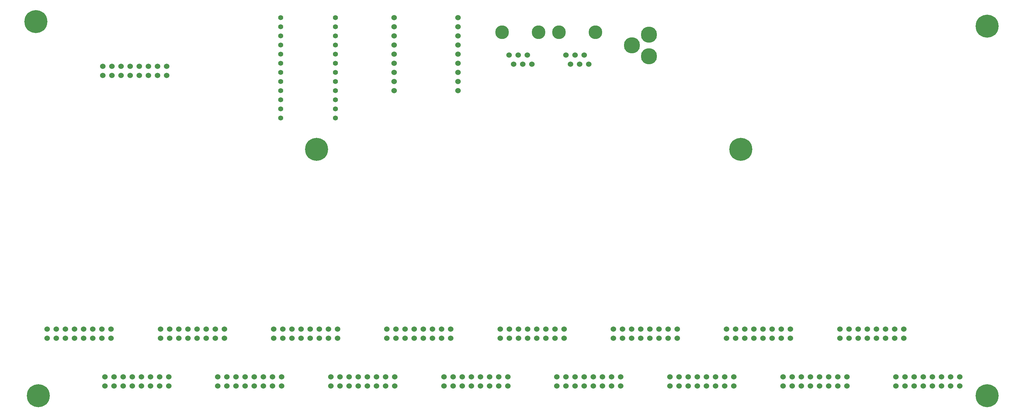
<source format=gbr>
%TF.GenerationSoftware,KiCad,Pcbnew,(6.0.7-1)-1*%
%TF.CreationDate,2023-03-16T12:26:32-07:00*%
%TF.ProjectId,adc_test_board,6164635f-7465-4737-945f-626f6172642e,rev?*%
%TF.SameCoordinates,Original*%
%TF.FileFunction,Soldermask,Bot*%
%TF.FilePolarity,Negative*%
%FSLAX46Y46*%
G04 Gerber Fmt 4.6, Leading zero omitted, Abs format (unit mm)*
G04 Created by KiCad (PCBNEW (6.0.7-1)-1) date 2023-03-16 12:26:32*
%MOMM*%
%LPD*%
G01*
G04 APERTURE LIST*
%ADD10C,6.400000*%
%ADD11C,1.524000*%
%ADD12C,4.500000*%
%ADD13C,3.800000*%
%ADD14C,1.397000*%
G04 APERTURE END LIST*
D10*
%TO.C,H6*%
X209550000Y-72390000D03*
%TD*%
%TO.C,H5*%
X13270000Y-36830000D03*
%TD*%
%TO.C,H4*%
X91440000Y-72390000D03*
%TD*%
%TO.C,H3*%
X13970000Y-140970000D03*
%TD*%
%TO.C,H2*%
X278130000Y-38100000D03*
%TD*%
%TO.C,H1*%
X278130000Y-140970000D03*
%TD*%
D11*
%TO.C,P13*%
X113030000Y-35760000D03*
X130810000Y-35760000D03*
X113030000Y-38300000D03*
X130810000Y-38300000D03*
X113030000Y-40840000D03*
X130810000Y-40840000D03*
X113030000Y-43380000D03*
X130810000Y-43380000D03*
X113030000Y-45920000D03*
X130810000Y-45920000D03*
X113030000Y-48460000D03*
X130810000Y-48460000D03*
X113030000Y-51000000D03*
X130810000Y-51000000D03*
X113030000Y-53540000D03*
X130810000Y-53540000D03*
X113030000Y-56080000D03*
X130810000Y-56080000D03*
%TD*%
%TO.C,P15*%
X205584308Y-124969400D03*
X205584308Y-122429400D03*
X208124308Y-124969400D03*
X208124308Y-122429400D03*
X210664308Y-124969400D03*
X210664308Y-122429400D03*
X213204308Y-124969400D03*
X213204308Y-122429400D03*
X215744308Y-124969400D03*
X215744308Y-122429400D03*
X218284308Y-124969400D03*
X218284308Y-122429400D03*
X220824308Y-124969400D03*
X220824308Y-122429400D03*
X223364308Y-124969400D03*
X223364308Y-122429400D03*
%TD*%
%TO.C,P9*%
X63931800Y-138270000D03*
X63931800Y-135730000D03*
X66471800Y-138270000D03*
X66471800Y-135730000D03*
X69011800Y-138270000D03*
X69011800Y-135730000D03*
X71551800Y-138270000D03*
X71551800Y-135730000D03*
X74091800Y-138270000D03*
X74091800Y-135730000D03*
X76631800Y-138270000D03*
X76631800Y-135730000D03*
X79171800Y-138270000D03*
X79171800Y-135730000D03*
X81711800Y-138270000D03*
X81711800Y-135730000D03*
%TD*%
%TO.C,P19*%
X237110000Y-124969400D03*
X237110000Y-122429400D03*
X239650000Y-124969400D03*
X239650000Y-122429400D03*
X242190000Y-124969400D03*
X242190000Y-122429400D03*
X244730000Y-124969400D03*
X244730000Y-122429400D03*
X247270000Y-124969400D03*
X247270000Y-122429400D03*
X249810000Y-124969400D03*
X249810000Y-122429400D03*
X252350000Y-124969400D03*
X252350000Y-122429400D03*
X254890000Y-124969400D03*
X254890000Y-122429400D03*
%TD*%
%TO.C,P18*%
X111007238Y-124969400D03*
X111007238Y-122429400D03*
X113547238Y-124969400D03*
X113547238Y-122429400D03*
X116087238Y-124969400D03*
X116087238Y-122429400D03*
X118627238Y-124969400D03*
X118627238Y-122429400D03*
X121167238Y-124969400D03*
X121167238Y-122429400D03*
X123707238Y-124969400D03*
X123707238Y-122429400D03*
X126247238Y-124969400D03*
X126247238Y-122429400D03*
X128787238Y-124969400D03*
X128787238Y-122429400D03*
%TD*%
D12*
%TO.C,CON1*%
X183937500Y-46500000D03*
X183937500Y-40500000D03*
X179237500Y-43500000D03*
%TD*%
D11*
%TO.C,P16*%
X95402400Y-138270000D03*
X95402400Y-135730000D03*
X97942400Y-138270000D03*
X97942400Y-135730000D03*
X100482400Y-138270000D03*
X100482400Y-135730000D03*
X103022400Y-138270000D03*
X103022400Y-135730000D03*
X105562400Y-138270000D03*
X105562400Y-135730000D03*
X108102400Y-138270000D03*
X108102400Y-135730000D03*
X110642400Y-138270000D03*
X110642400Y-135730000D03*
X113182400Y-138270000D03*
X113182400Y-135730000D03*
%TD*%
%TO.C,P21*%
X252755400Y-138270000D03*
X252755400Y-135730000D03*
X255295400Y-138270000D03*
X255295400Y-135730000D03*
X257835400Y-138270000D03*
X257835400Y-135730000D03*
X260375400Y-138270000D03*
X260375400Y-135730000D03*
X262915400Y-138270000D03*
X262915400Y-135730000D03*
X265455400Y-138270000D03*
X265455400Y-135730000D03*
X267995400Y-138270000D03*
X267995400Y-135730000D03*
X270535400Y-138270000D03*
X270535400Y-135730000D03*
%TD*%
%TO.C,P12*%
X167200000Y-48719200D03*
X165910000Y-46179200D03*
X164660000Y-48719200D03*
X163370000Y-46179200D03*
X162120000Y-48719200D03*
X160830000Y-46179200D03*
D13*
X158920000Y-39829200D03*
X169080000Y-39829200D03*
%TD*%
D14*
%TO.C,P6*%
X81407000Y-35803200D03*
X96647000Y-35803200D03*
X81407000Y-38343200D03*
X96647000Y-38343200D03*
X81407000Y-40883200D03*
X96647000Y-40883200D03*
X81407000Y-43423200D03*
X96647000Y-43423200D03*
X81407000Y-45963200D03*
X96647000Y-45963200D03*
X81407000Y-48503200D03*
X96647000Y-48503200D03*
X81407000Y-51043200D03*
X96647000Y-51043200D03*
X81407000Y-53583200D03*
X96647000Y-53583200D03*
X81407000Y-56123200D03*
X96647000Y-56123200D03*
X81407000Y-58663200D03*
X96647000Y-58663200D03*
X81407000Y-61203200D03*
X96647000Y-61203200D03*
X81407000Y-63743200D03*
X96647000Y-63743200D03*
%TD*%
D11*
%TO.C,P7*%
X47955858Y-124969400D03*
X47955858Y-122429400D03*
X50495858Y-124969400D03*
X50495858Y-122429400D03*
X53035858Y-124969400D03*
X53035858Y-122429400D03*
X55575858Y-124969400D03*
X55575858Y-122429400D03*
X58115858Y-124969400D03*
X58115858Y-122429400D03*
X60655858Y-124969400D03*
X60655858Y-122429400D03*
X63195858Y-124969400D03*
X63195858Y-122429400D03*
X65735858Y-124969400D03*
X65735858Y-122429400D03*
%TD*%
%TO.C,P20*%
X126873000Y-138270000D03*
X126873000Y-135730000D03*
X129413000Y-138270000D03*
X129413000Y-135730000D03*
X131953000Y-138270000D03*
X131953000Y-135730000D03*
X134493000Y-138270000D03*
X134493000Y-135730000D03*
X137033000Y-138270000D03*
X137033000Y-135730000D03*
X139573000Y-138270000D03*
X139573000Y-135730000D03*
X142113000Y-138270000D03*
X142113000Y-135730000D03*
X144653000Y-138270000D03*
X144653000Y-135730000D03*
%TD*%
%TO.C,P10*%
X189814200Y-138270000D03*
X189814200Y-135730000D03*
X192354200Y-138270000D03*
X192354200Y-135730000D03*
X194894200Y-138270000D03*
X194894200Y-135730000D03*
X197434200Y-138270000D03*
X197434200Y-135730000D03*
X199974200Y-138270000D03*
X199974200Y-135730000D03*
X202514200Y-138270000D03*
X202514200Y-135730000D03*
X205054200Y-138270000D03*
X205054200Y-135730000D03*
X207594200Y-138270000D03*
X207594200Y-135730000D03*
%TD*%
%TO.C,P14*%
X79481548Y-124969400D03*
X79481548Y-122429400D03*
X82021548Y-124969400D03*
X82021548Y-122429400D03*
X84561548Y-124969400D03*
X84561548Y-122429400D03*
X87101548Y-124969400D03*
X87101548Y-122429400D03*
X89641548Y-124969400D03*
X89641548Y-122429400D03*
X92181548Y-124969400D03*
X92181548Y-122429400D03*
X94721548Y-124969400D03*
X94721548Y-122429400D03*
X97261548Y-124969400D03*
X97261548Y-122429400D03*
%TD*%
%TO.C,P8*%
X174058618Y-124969400D03*
X174058618Y-122429400D03*
X176598618Y-124969400D03*
X176598618Y-122429400D03*
X179138618Y-124969400D03*
X179138618Y-122429400D03*
X181678618Y-124969400D03*
X181678618Y-122429400D03*
X184218618Y-124969400D03*
X184218618Y-122429400D03*
X186758618Y-124969400D03*
X186758618Y-122429400D03*
X189298618Y-124969400D03*
X189298618Y-122429400D03*
X191838618Y-124969400D03*
X191838618Y-122429400D03*
%TD*%
%TO.C,P1*%
X31904768Y-51830600D03*
X31904768Y-49290600D03*
X34444768Y-51830600D03*
X34444768Y-49290600D03*
X36984768Y-51830600D03*
X36984768Y-49290600D03*
X39524768Y-51830600D03*
X39524768Y-49290600D03*
X42064768Y-51830600D03*
X42064768Y-49290600D03*
X44604768Y-51830600D03*
X44604768Y-49290600D03*
X47144768Y-51830600D03*
X47144768Y-49290600D03*
X49684768Y-51830600D03*
X49684768Y-49290600D03*
%TD*%
%TO.C,P17*%
X221284800Y-138270000D03*
X221284800Y-135730000D03*
X223824800Y-138270000D03*
X223824800Y-135730000D03*
X226364800Y-138270000D03*
X226364800Y-135730000D03*
X228904800Y-138270000D03*
X228904800Y-135730000D03*
X231444800Y-138270000D03*
X231444800Y-135730000D03*
X233984800Y-138270000D03*
X233984800Y-135730000D03*
X236524800Y-138270000D03*
X236524800Y-135730000D03*
X239064800Y-138270000D03*
X239064800Y-135730000D03*
%TD*%
%TO.C,P11*%
X151386500Y-48719200D03*
X150096500Y-46179200D03*
X148846500Y-48719200D03*
X147556500Y-46179200D03*
X146306500Y-48719200D03*
X145016500Y-46179200D03*
D13*
X143106500Y-39829200D03*
X153266500Y-39829200D03*
%TD*%
D11*
%TO.C,P4*%
X32461200Y-138270000D03*
X32461200Y-135730000D03*
X35001200Y-138270000D03*
X35001200Y-135730000D03*
X37541200Y-138270000D03*
X37541200Y-135730000D03*
X40081200Y-138270000D03*
X40081200Y-135730000D03*
X42621200Y-138270000D03*
X42621200Y-135730000D03*
X45161200Y-138270000D03*
X45161200Y-135730000D03*
X47701200Y-138270000D03*
X47701200Y-135730000D03*
X50241200Y-138270000D03*
X50241200Y-135730000D03*
%TD*%
%TO.C,P3*%
X142532928Y-124969400D03*
X142532928Y-122429400D03*
X145072928Y-124969400D03*
X145072928Y-122429400D03*
X147612928Y-124969400D03*
X147612928Y-122429400D03*
X150152928Y-124969400D03*
X150152928Y-122429400D03*
X152692928Y-124969400D03*
X152692928Y-122429400D03*
X155232928Y-124969400D03*
X155232928Y-122429400D03*
X157772928Y-124969400D03*
X157772928Y-122429400D03*
X160312928Y-124969400D03*
X160312928Y-122429400D03*
%TD*%
%TO.C,P2*%
X16430168Y-124969400D03*
X16430168Y-122429400D03*
X18970168Y-124969400D03*
X18970168Y-122429400D03*
X21510168Y-124969400D03*
X21510168Y-122429400D03*
X24050168Y-124969400D03*
X24050168Y-122429400D03*
X26590168Y-124969400D03*
X26590168Y-122429400D03*
X29130168Y-124969400D03*
X29130168Y-122429400D03*
X31670168Y-124969400D03*
X31670168Y-122429400D03*
X34210168Y-124969400D03*
X34210168Y-122429400D03*
%TD*%
%TO.C,P5*%
X158343600Y-138270000D03*
X158343600Y-135730000D03*
X160883600Y-138270000D03*
X160883600Y-135730000D03*
X163423600Y-138270000D03*
X163423600Y-135730000D03*
X165963600Y-138270000D03*
X165963600Y-135730000D03*
X168503600Y-138270000D03*
X168503600Y-135730000D03*
X171043600Y-138270000D03*
X171043600Y-135730000D03*
X173583600Y-138270000D03*
X173583600Y-135730000D03*
X176123600Y-138270000D03*
X176123600Y-135730000D03*
%TD*%
M02*

</source>
